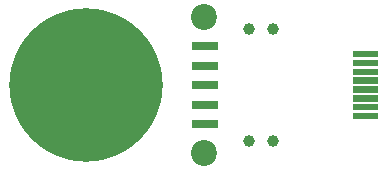
<source format=gbr>
%TF.GenerationSoftware,KiCad,Pcbnew,(5.1.10)-1*%
%TF.CreationDate,2021-10-06T18:23:09-05:00*%
%TF.ProjectId,Flex_02,466c6578-5f30-4322-9e6b-696361645f70,rev?*%
%TF.SameCoordinates,Original*%
%TF.FileFunction,Soldermask,Bot*%
%TF.FilePolarity,Negative*%
%FSLAX46Y46*%
G04 Gerber Fmt 4.6, Leading zero omitted, Abs format (unit mm)*
G04 Created by KiCad (PCBNEW (5.1.10)-1) date 2021-10-06 18:23:09*
%MOMM*%
%LPD*%
G01*
G04 APERTURE LIST*
%ADD10C,13.000000*%
%ADD11C,2.200000*%
%ADD12C,1.000000*%
%ADD13C,0.600000*%
%ADD14R,2.200000X0.800000*%
%ADD15C,0.100000*%
G04 APERTURE END LIST*
D10*
%TO.C,REF\u002A\u002A*%
X142568100Y-106142180D03*
D11*
X152568100Y-111892180D03*
X152568100Y-100392180D03*
D12*
X158368100Y-110892180D03*
X158368100Y-101392180D03*
D13*
X165518100Y-108767180D03*
X165518100Y-108017180D03*
X165518100Y-107267180D03*
X165518100Y-106517180D03*
X165518100Y-105767180D03*
X165518100Y-105017180D03*
X165518100Y-104267180D03*
X165518100Y-103517180D03*
X166918100Y-108767180D03*
X166918100Y-108017180D03*
X166918100Y-107267180D03*
X166918100Y-106517180D03*
X166918100Y-105767180D03*
X166918100Y-105017180D03*
X166918100Y-104267180D03*
X166918100Y-103517180D03*
D12*
X156368100Y-110892180D03*
X156368100Y-101392180D03*
D14*
X152668100Y-109442180D03*
X152668100Y-107792180D03*
X152668100Y-106142180D03*
X152668100Y-104492180D03*
X152668100Y-102842180D03*
D15*
G36*
X167268100Y-107742180D02*
G01*
X167268100Y-108292180D01*
X165168100Y-108292180D01*
X165168100Y-107742180D01*
X167268100Y-107742180D01*
G37*
G36*
X167268100Y-106992180D02*
G01*
X167268100Y-107542180D01*
X165168100Y-107542180D01*
X165168100Y-106992180D01*
X167268100Y-106992180D01*
G37*
G36*
X167268100Y-106242180D02*
G01*
X167268100Y-106792180D01*
X165168100Y-106792180D01*
X165168100Y-106242180D01*
X167268100Y-106242180D01*
G37*
G36*
X167268100Y-105492180D02*
G01*
X167268100Y-106042180D01*
X165168100Y-106042180D01*
X165168100Y-105492180D01*
X167268100Y-105492180D01*
G37*
G36*
X167268100Y-104742180D02*
G01*
X167268100Y-105292180D01*
X165168100Y-105292180D01*
X165168100Y-104742180D01*
X167268100Y-104742180D01*
G37*
G36*
X167268100Y-103992180D02*
G01*
X167268100Y-104542180D01*
X165168100Y-104542180D01*
X165168100Y-103992180D01*
X167268100Y-103992180D01*
G37*
G36*
X167268100Y-103242180D02*
G01*
X167268100Y-103792180D01*
X165168100Y-103792180D01*
X165168100Y-103242180D01*
X167268100Y-103242180D01*
G37*
G36*
X167268100Y-108492180D02*
G01*
X167268100Y-109042180D01*
X165168100Y-109042180D01*
X165168100Y-108492180D01*
X167268100Y-108492180D01*
G37*
%TD*%
M02*

</source>
